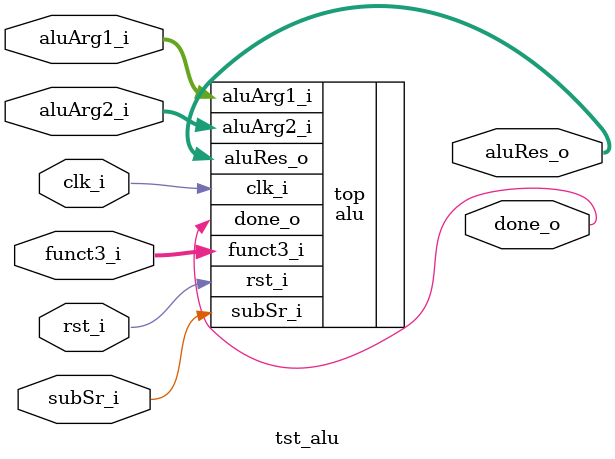
<source format=v>
`timescale 1ns/1ns

module tst_alu (
    input rst_i,
    input clk_i,
    input [31:0] aluArg1_i,
    input [31:0] aluArg2_i,
    output reg [31:0] aluRes_o,
    input [2:0] funct3_i,
    input subSr_i,
    output done_o
);

alu top(
    .rst_i(rst_i),
    .clk_i(clk_i),
    .aluArg1_i(aluArg1_i),
    .aluArg2_i(aluArg2_i),
    .aluRes_o(aluRes_o),
    .funct3_i(funct3_i),
    .subSr_i(subSr_i),
    .done_o(done_o)
);

initial begin
    $dumpfile("logs/vlt_dump.vcd");
    $dumpvars();
end
    
endmodule

</source>
